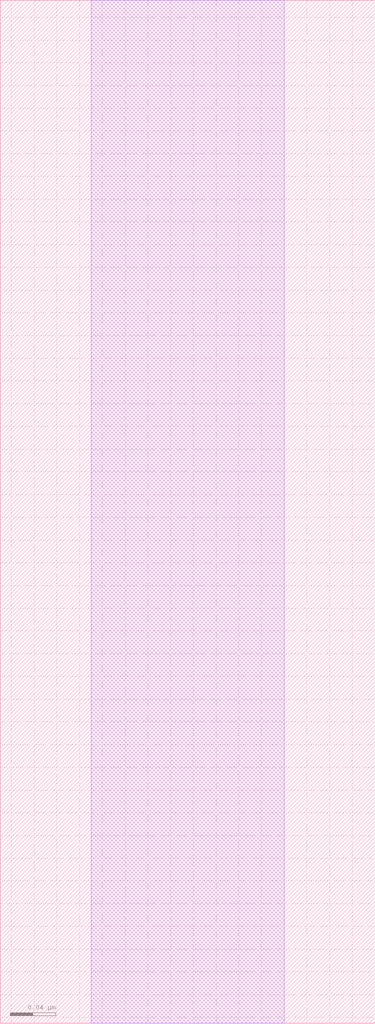
<source format=lef>
# Copyright 2020 The SkyWater PDK Authors
#
# Licensed under the Apache License, Version 2.0 (the "License");
# you may not use this file except in compliance with the License.
# You may obtain a copy of the License at
#
#     https://www.apache.org/licenses/LICENSE-2.0
#
# Unless required by applicable law or agreed to in writing, software
# distributed under the License is distributed on an "AS IS" BASIS,
# WITHOUT WARRANTIES OR CONDITIONS OF ANY KIND, either express or implied.
# See the License for the specific language governing permissions and
# limitations under the License.
#
# SPDX-License-Identifier: Apache-2.0

VERSION 5.7 ;
  NOWIREEXTENSIONATPIN ON ;
  DIVIDERCHAR "/" ;
  BUSBITCHARS "[]" ;
MACRO sky130_fd_bd_sram__sram_dp_blkinv_plic2
  CLASS BLOCK ;
  FOREIGN sky130_fd_bd_sram__sram_dp_blkinv_plic2 ;
  ORIGIN -0.010000 -0.075000 ;
  SIZE  0.330000 BY  0.900000 ;
  OBS
    LAYER li1 ;
      RECT 0.090000 0.075000 0.260000 0.975000 ;
  END
END sky130_fd_bd_sram__sram_dp_blkinv_plic2
END LIBRARY

</source>
